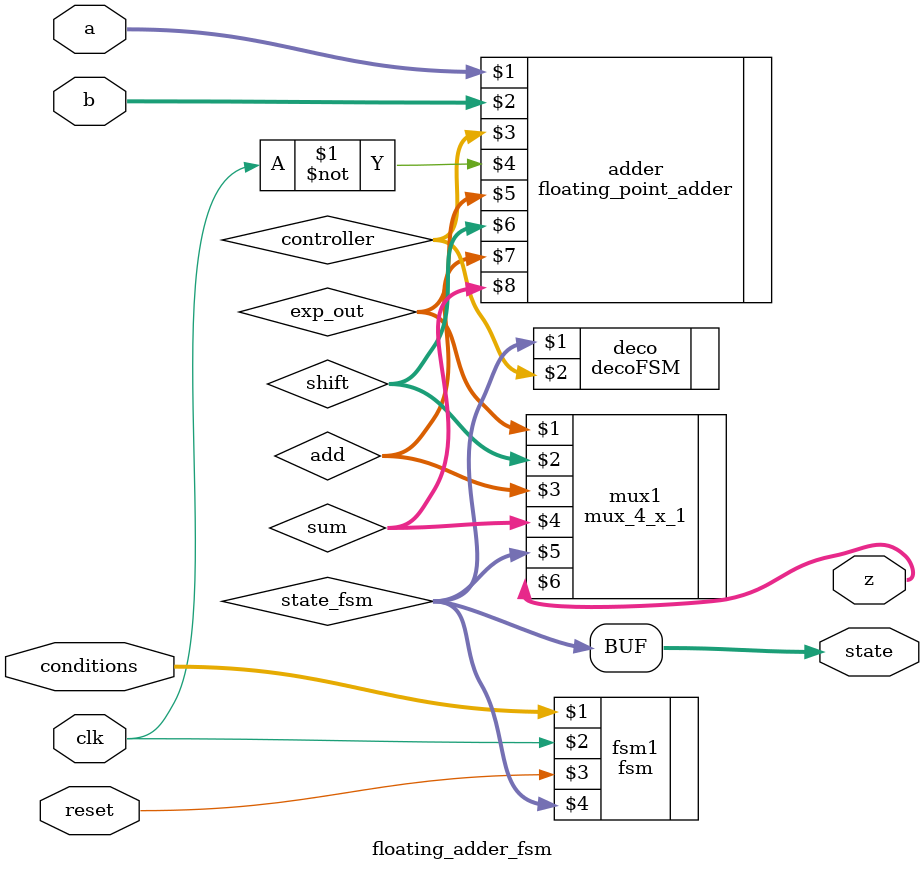
<source format=sv>
module floating_adder_fsm(input logic [32:0] a, b, input logic [1:0] conditions, input logic clk, reset, output logic [32:0] z, output logic [1:0] state);
	
	logic [1:0] state_fsm;
	logic [3:0] controller;
	
	logic [8:0] exp_out;
	logic [23:0] shift;
	logic [24:0] add;	
	logic [32:0] sum;	

	fsm fsm1(conditions, clk, reset, state_fsm);
	
	decoFSM deco(state_fsm, controller);
	
	floating_point_adder adder(a, b, controller, ~clk, exp_out, shift, add, sum);
	
	mux_4_x_1 #(33) mux1(exp_out, shift, add, sum, state_fsm, z);
	
	assign state = state_fsm;

endmodule
</source>
